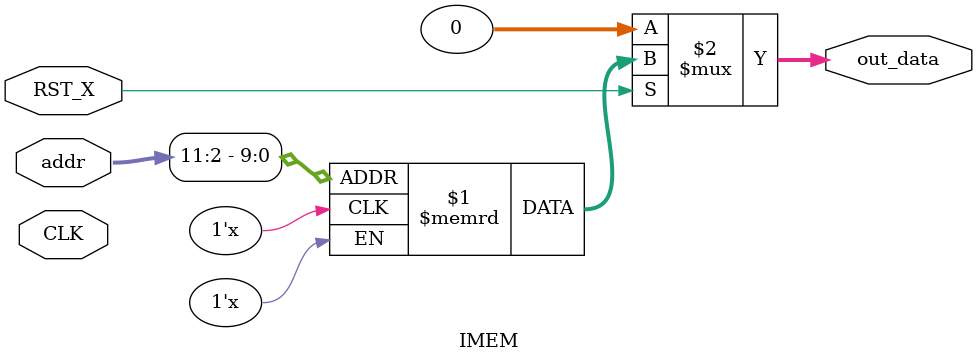
<source format=v>
module IMEM(
    input wire CLK, RST_X,
    input wire [31:0] addr,
    output wire [31:0] out_data
);
    reg [31:0] mem[0:1024];
    assign #5 out_data = (RST_X ? mem[addr[11:2]] : 0);
endmodule

</source>
